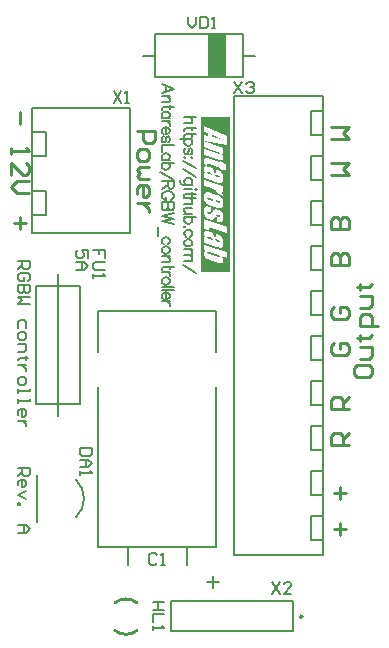
<source format=gto>
G04 Layer_Color=65535*
%FSAX43Y43*%
%MOMM*%
G71*
G01*
G75*
%ADD32C,0.254*%
%ADD33C,0.200*%
%ADD34C,0.150*%
%ADD35R,1.500X3.600*%
G36*
X0019079Y0031679D02*
X0016600D01*
Y0044800D01*
X0019079D01*
Y0031679D01*
D02*
G37*
%LPC*%
G36*
X0017193Y0038461D02*
X0017154D01*
X0017123Y0038459D01*
X0017093Y0038453D01*
X0017068Y0038448D01*
X0017049Y0038439D01*
X0017032Y0038434D01*
X0017021Y0038431D01*
X0017018Y0038428D01*
X0016990Y0038412D01*
X0016965Y0038389D01*
X0016946Y0038367D01*
X0016929Y0038342D01*
X0016915Y0038320D01*
X0016904Y0038303D01*
X0016899Y0038292D01*
X0016896Y0038287D01*
X0016882Y0038245D01*
X0016871Y0038203D01*
X0016865Y0038162D01*
X0016860Y0038120D01*
X0016857Y0038084D01*
X0016854Y0038056D01*
Y0038045D01*
Y0038037D01*
Y0038034D01*
Y0038031D01*
X0016857Y0037973D01*
X0016862Y0037920D01*
X0016868Y0037873D01*
X0016876Y0037834D01*
X0016885Y0037801D01*
X0016893Y0037776D01*
X0016896Y0037759D01*
X0016899Y0037754D01*
X0016918Y0037709D01*
X0016937Y0037667D01*
X0016960Y0037631D01*
X0016982Y0037598D01*
X0017001Y0037570D01*
X0017018Y0037551D01*
X0017029Y0037540D01*
X0017032Y0037534D01*
X0017065Y0037498D01*
X0017096Y0037470D01*
X0017126Y0037445D01*
X0017151Y0037423D01*
X0017171Y0037409D01*
X0017187Y0037398D01*
X0017198Y0037393D01*
X0017201Y0037390D01*
X0017235Y0037373D01*
X0017271Y0037354D01*
X0017309Y0037337D01*
X0017346Y0037323D01*
X0017379Y0037312D01*
X0017404Y0037301D01*
X0017415Y0037298D01*
X0017423Y0037295D01*
X0017426Y0037293D01*
X0017429D01*
X0017548Y0037254D01*
Y0037715D01*
X0017337Y0037787D01*
X0017296Y0037801D01*
X0017262Y0037815D01*
X0017235Y0037826D01*
X0017212Y0037837D01*
X0017196Y0037845D01*
X0017185Y0037854D01*
X0017179Y0037856D01*
X0017176Y0037859D01*
X0017162Y0037870D01*
X0017154Y0037884D01*
X0017143Y0037915D01*
X0017140Y0037926D01*
X0017137Y0037937D01*
Y0037942D01*
Y0037945D01*
X0017140Y0037959D01*
X0017143Y0037970D01*
X0017154Y0037984D01*
X0017162Y0037990D01*
X0017168Y0037992D01*
X0017182D01*
X0017201Y0037990D01*
X0017226Y0037984D01*
X0017248Y0037978D01*
X0017271Y0037970D01*
X0017290Y0037965D01*
X0017301Y0037962D01*
X0017307Y0037959D01*
X0017651Y0037842D01*
Y0037218D01*
X0017862Y0037148D01*
X0017942Y0037123D01*
X0018015Y0037104D01*
X0018076Y0037090D01*
X0018128Y0037084D01*
X0018167Y0037079D01*
X0018220D01*
X0018264Y0037087D01*
X0018306Y0037101D01*
X0018342Y0037121D01*
X0018370Y0037140D01*
X0018395Y0037159D01*
X0018412Y0037179D01*
X0018423Y0037190D01*
X0018426Y0037196D01*
X0018450Y0037240D01*
X0018470Y0037287D01*
X0018484Y0037340D01*
X0018495Y0037390D01*
X0018500Y0037434D01*
Y0037454D01*
X0018503Y0037470D01*
Y0037484D01*
Y0037495D01*
Y0037501D01*
Y0037504D01*
X0018500Y0037565D01*
X0018492Y0037623D01*
X0018481Y0037676D01*
X0018470Y0037723D01*
X0018459Y0037765D01*
X0018448Y0037795D01*
X0018442Y0037806D01*
X0018439Y0037815D01*
X0018437Y0037817D01*
Y0037820D01*
X0018412Y0037873D01*
X0018381Y0037923D01*
X0018351Y0037965D01*
X0018320Y0038001D01*
X0018292Y0038028D01*
X0018270Y0038051D01*
X0018256Y0038062D01*
X0018253Y0038067D01*
X0018251D01*
X0018203Y0038103D01*
X0018148Y0038134D01*
X0018095Y0038164D01*
X0018042Y0038189D01*
X0017995Y0038209D01*
X0017976Y0038217D01*
X0017956Y0038223D01*
X0017942Y0038228D01*
X0017931Y0038234D01*
X0017926Y0038237D01*
X0017923D01*
X0017459Y0038395D01*
X0017396Y0038414D01*
X0017343Y0038431D01*
X0017296Y0038442D01*
X0017257Y0038450D01*
X0017226Y0038456D01*
X0017204Y0038459D01*
X0017193Y0038461D01*
D02*
G37*
G36*
X0016882Y0039455D02*
Y0038970D01*
X0017509Y0038759D01*
X0017551Y0038745D01*
X0017587Y0038731D01*
X0017623Y0038717D01*
X0017654Y0038706D01*
X0017679Y0038695D01*
X0017704Y0038686D01*
X0017726Y0038678D01*
X0017743Y0038670D01*
X0017770Y0038659D01*
X0017790Y0038647D01*
X0017801Y0038645D01*
X0017804Y0038642D01*
X0017829Y0038628D01*
X0017848Y0038609D01*
X0017865Y0038592D01*
X0017881Y0038575D01*
X0017892Y0038559D01*
X0017901Y0038545D01*
X0017904Y0038536D01*
X0017906Y0038534D01*
X0017917Y0038503D01*
X0017929Y0038470D01*
X0017934Y0038434D01*
X0017937Y0038400D01*
X0017940Y0038373D01*
X0017942Y0038348D01*
Y0038331D01*
Y0038328D01*
Y0038325D01*
X0018503Y0038134D01*
X0018498Y0038173D01*
X0018489Y0038209D01*
X0018475Y0038245D01*
X0018459Y0038281D01*
X0018420Y0038345D01*
X0018378Y0038403D01*
X0018356Y0038428D01*
X0018334Y0038450D01*
X0018314Y0038473D01*
X0018298Y0038489D01*
X0018284Y0038500D01*
X0018273Y0038511D01*
X0018264Y0038517D01*
X0018262Y0038520D01*
X0018473Y0038434D01*
Y0038917D01*
X0016882Y0039455D01*
D02*
G37*
G36*
X0017107Y0037234D02*
X0017085D01*
X0017071Y0037232D01*
X0017065D01*
X0017032Y0037221D01*
X0017001Y0037204D01*
X0016974Y0037184D01*
X0016951Y0037162D01*
X0016935Y0037140D01*
X0016921Y0037121D01*
X0016912Y0037109D01*
X0016910Y0037104D01*
X0016890Y0037060D01*
X0016876Y0037010D01*
X0016868Y0036962D01*
X0016862Y0036912D01*
X0016857Y0036871D01*
Y0036854D01*
X0016854Y0036837D01*
Y0036824D01*
Y0036815D01*
Y0036810D01*
Y0036807D01*
X0016857Y0036746D01*
X0016862Y0036690D01*
X0016871Y0036638D01*
X0016882Y0036593D01*
X0016890Y0036557D01*
X0016899Y0036529D01*
X0016901Y0036518D01*
X0016904Y0036510D01*
X0016907Y0036507D01*
Y0036504D01*
X0016929Y0036457D01*
X0016951Y0036413D01*
X0016976Y0036374D01*
X0017001Y0036343D01*
X0017024Y0036318D01*
X0017040Y0036299D01*
X0017051Y0036288D01*
X0017057Y0036285D01*
X0017098Y0036254D01*
X0017146Y0036227D01*
X0017193Y0036202D01*
X0017243Y0036179D01*
X0017284Y0036160D01*
X0017304Y0036152D01*
X0017321Y0036146D01*
X0017332Y0036141D01*
X0017343Y0036138D01*
X0017348Y0036135D01*
X0017351D01*
X0017412Y0036118D01*
X0017465Y0036107D01*
X0017512Y0036102D01*
X0017579D01*
X0017598Y0036104D01*
X0017612Y0036107D01*
X0017615Y0036110D01*
X0017632Y0036118D01*
X0017651Y0036129D01*
X0017684Y0036157D01*
X0017718Y0036193D01*
X0017745Y0036229D01*
X0017773Y0036263D01*
X0017793Y0036293D01*
X0017798Y0036304D01*
X0017804Y0036313D01*
X0017809Y0036318D01*
Y0036321D01*
X0017837Y0036365D01*
X0017862Y0036404D01*
X0017881Y0036435D01*
X0017898Y0036457D01*
X0017912Y0036474D01*
X0017920Y0036485D01*
X0017926Y0036490D01*
X0017929Y0036493D01*
X0017942Y0036504D01*
X0017959Y0036513D01*
X0017981Y0036524D01*
X0017998Y0036529D01*
X0018004D01*
X0018017Y0036526D01*
X0018034Y0036524D01*
X0018070Y0036515D01*
X0018087Y0036510D01*
X0018101Y0036504D01*
X0018109Y0036501D01*
X0018112D01*
X0018148Y0036485D01*
X0018173Y0036471D01*
X0018187Y0036460D01*
X0018192Y0036454D01*
X0018209Y0036429D01*
X0018217Y0036407D01*
X0018220Y0036388D01*
Y0036385D01*
Y0036382D01*
Y0036365D01*
X0018215Y0036352D01*
X0018212Y0036343D01*
X0018206Y0036338D01*
X0018195Y0036329D01*
X0018176D01*
X0018156Y0036332D01*
X0018131Y0036338D01*
X0018109Y0036346D01*
X0018087Y0036352D01*
X0018067Y0036357D01*
X0018056Y0036360D01*
X0018051Y0036363D01*
X0017965Y0036393D01*
Y0035963D01*
X0018056Y0035932D01*
X0018098Y0035918D01*
X0018134Y0035907D01*
X0018165Y0035899D01*
X0018190Y0035893D01*
X0018206Y0035888D01*
X0018220D01*
X0018228Y0035885D01*
X0018276D01*
X0018314Y0035896D01*
X0018331Y0035905D01*
X0018342Y0035910D01*
X0018351Y0035913D01*
X0018353Y0035916D01*
X0018378Y0035932D01*
X0018398Y0035952D01*
X0018417Y0035974D01*
X0018434Y0035996D01*
X0018445Y0036016D01*
X0018453Y0036032D01*
X0018459Y0036043D01*
X0018462Y0036049D01*
X0018475Y0036088D01*
X0018487Y0036129D01*
X0018492Y0036171D01*
X0018498Y0036213D01*
X0018500Y0036249D01*
X0018503Y0036279D01*
Y0036288D01*
Y0036296D01*
Y0036302D01*
Y0036304D01*
X0018500Y0036363D01*
X0018495Y0036418D01*
X0018487Y0036471D01*
X0018478Y0036515D01*
X0018470Y0036551D01*
X0018462Y0036579D01*
X0018459Y0036590D01*
X0018456Y0036599D01*
X0018453Y0036601D01*
Y0036604D01*
X0018434Y0036651D01*
X0018409Y0036696D01*
X0018387Y0036732D01*
X0018364Y0036762D01*
X0018342Y0036787D01*
X0018326Y0036807D01*
X0018314Y0036818D01*
X0018312Y0036821D01*
X0018276Y0036851D01*
X0018231Y0036876D01*
X0018184Y0036901D01*
X0018140Y0036923D01*
X0018098Y0036943D01*
X0018062Y0036957D01*
X0018051Y0036962D01*
X0018040Y0036965D01*
X0018034Y0036968D01*
X0018031D01*
X0017984Y0036982D01*
X0017940Y0036990D01*
X0017901Y0036996D01*
X0017867Y0036998D01*
X0017840Y0037001D01*
X0017818Y0036998D01*
X0017801D01*
X0017781Y0036993D01*
X0017765Y0036987D01*
X0017726Y0036962D01*
X0017690Y0036935D01*
X0017654Y0036901D01*
X0017626Y0036868D01*
X0017601Y0036840D01*
X0017593Y0036829D01*
X0017587Y0036821D01*
X0017584Y0036815D01*
X0017582Y0036812D01*
X0017557Y0036776D01*
X0017534Y0036743D01*
X0017515Y0036715D01*
X0017495Y0036690D01*
X0017482Y0036668D01*
X0017468Y0036649D01*
X0017454Y0036635D01*
X0017445Y0036621D01*
X0017429Y0036604D01*
X0017421Y0036593D01*
X0017415Y0036588D01*
X0017412D01*
X0017398Y0036585D01*
X0017379D01*
X0017357Y0036588D01*
X0017332Y0036593D01*
X0017309Y0036599D01*
X0017290Y0036604D01*
X0017276Y0036607D01*
X0017271Y0036610D01*
X0017243Y0036621D01*
X0017218Y0036629D01*
X0017201Y0036640D01*
X0017185Y0036649D01*
X0017173Y0036657D01*
X0017168Y0036663D01*
X0017162Y0036665D01*
Y0036668D01*
X0017148Y0036693D01*
X0017140Y0036718D01*
Y0036729D01*
X0017137Y0036737D01*
Y0036743D01*
Y0036746D01*
X0017140Y0036762D01*
X0017143Y0036776D01*
X0017148Y0036785D01*
X0017157Y0036790D01*
X0017168Y0036799D01*
X0017193D01*
X0017215Y0036793D01*
X0017243Y0036787D01*
X0017271Y0036779D01*
X0017298Y0036771D01*
X0017321Y0036762D01*
X0017334Y0036760D01*
X0017340Y0036757D01*
X0017443Y0036724D01*
Y0037154D01*
X0017365Y0037179D01*
X0017296Y0037201D01*
X0017235Y0037215D01*
X0017182Y0037226D01*
X0017140Y0037232D01*
X0017107Y0037234D01*
D02*
G37*
G36*
X0017057Y0035166D02*
X0017032D01*
X0017010Y0035163D01*
X0016990Y0035161D01*
X0016974Y0035155D01*
X0016960Y0035152D01*
X0016937Y0035141D01*
X0016926Y0035133D01*
X0016924Y0035130D01*
X0016901Y0035097D01*
X0016885Y0035063D01*
X0016871Y0035027D01*
X0016862Y0034994D01*
X0016857Y0034966D01*
X0016854Y0034941D01*
Y0034927D01*
Y0034922D01*
X0016857Y0034886D01*
X0016860Y0034850D01*
X0016868Y0034819D01*
X0016876Y0034791D01*
X0016882Y0034769D01*
X0016890Y0034752D01*
X0016893Y0034741D01*
X0016896Y0034739D01*
X0016912Y0034708D01*
X0016935Y0034678D01*
X0016954Y0034650D01*
X0016976Y0034628D01*
X0016993Y0034608D01*
X0017010Y0034594D01*
X0017021Y0034583D01*
X0017024Y0034580D01*
X0016882Y0034628D01*
Y0034156D01*
X0017679Y0033886D01*
X0017751Y0033861D01*
X0017815Y0033842D01*
X0017873Y0033822D01*
X0017929Y0033806D01*
X0017976Y0033789D01*
X0018017Y0033778D01*
X0018056Y0033767D01*
X0018090Y0033759D01*
X0018117Y0033753D01*
X0018140Y0033745D01*
X0018159Y0033742D01*
X0018176Y0033739D01*
X0018187Y0033736D01*
X0018195Y0033734D01*
X0018201D01*
X0018248Y0033731D01*
X0018287Y0033736D01*
X0018326Y0033750D01*
X0018356Y0033764D01*
X0018381Y0033781D01*
X0018398Y0033797D01*
X0018412Y0033806D01*
X0018414Y0033811D01*
X0018431Y0033831D01*
X0018445Y0033853D01*
X0018467Y0033906D01*
X0018481Y0033961D01*
X0018492Y0034017D01*
X0018498Y0034070D01*
X0018500Y0034092D01*
X0018503Y0034114D01*
Y0034131D01*
Y0034142D01*
Y0034150D01*
Y0034153D01*
X0018500Y0034228D01*
X0018492Y0034294D01*
X0018478Y0034358D01*
X0018464Y0034411D01*
X0018450Y0034453D01*
X0018445Y0034472D01*
X0018437Y0034486D01*
X0018434Y0034497D01*
X0018428Y0034505D01*
X0018426Y0034511D01*
Y0034514D01*
X0018395Y0034566D01*
X0018364Y0034614D01*
X0018334Y0034653D01*
X0018309Y0034686D01*
X0018284Y0034711D01*
X0018264Y0034730D01*
X0018253Y0034741D01*
X0018248Y0034744D01*
X0018206Y0034772D01*
X0018162Y0034797D01*
X0018115Y0034822D01*
X0018067Y0034841D01*
X0018026Y0034858D01*
X0017992Y0034872D01*
X0017979Y0034877D01*
X0017970Y0034880D01*
X0017965Y0034883D01*
X0017962D01*
X0017856Y0034919D01*
Y0034464D01*
X0018023Y0034408D01*
X0018067Y0034392D01*
X0018106Y0034378D01*
X0018134Y0034367D01*
X0018156Y0034355D01*
X0018170Y0034347D01*
X0018181Y0034342D01*
X0018184Y0034339D01*
X0018187D01*
X0018198Y0034330D01*
X0018206Y0034319D01*
X0018217Y0034294D01*
Y0034283D01*
X0018220Y0034275D01*
Y0034269D01*
Y0034267D01*
X0018217Y0034253D01*
X0018215Y0034242D01*
X0018201Y0034228D01*
X0018187Y0034222D01*
X0018184Y0034219D01*
X0018162D01*
X0018140Y0034222D01*
X0018112Y0034228D01*
X0018084Y0034236D01*
X0018059Y0034242D01*
X0018037Y0034250D01*
X0018023Y0034253D01*
X0018020Y0034256D01*
X0018017D01*
X0017984Y0034267D01*
X0017954Y0034278D01*
X0017931Y0034289D01*
X0017915Y0034297D01*
X0017901Y0034306D01*
X0017890Y0034311D01*
X0017887Y0034317D01*
X0017884D01*
X0017879Y0034325D01*
X0017870Y0034336D01*
X0017862Y0034355D01*
X0017851Y0034375D01*
X0017831Y0034425D01*
X0017809Y0034478D01*
X0017790Y0034528D01*
X0017781Y0034553D01*
X0017776Y0034572D01*
X0017768Y0034591D01*
X0017765Y0034605D01*
X0017759Y0034614D01*
Y0034616D01*
X0017743Y0034661D01*
X0017729Y0034702D01*
X0017715Y0034741D01*
X0017701Y0034775D01*
X0017687Y0034805D01*
X0017673Y0034833D01*
X0017662Y0034855D01*
X0017651Y0034877D01*
X0017643Y0034894D01*
X0017634Y0034908D01*
X0017620Y0034930D01*
X0017612Y0034944D01*
X0017609Y0034947D01*
X0017582Y0034975D01*
X0017545Y0035002D01*
X0017504Y0035025D01*
X0017465Y0035044D01*
X0017426Y0035063D01*
X0017396Y0035075D01*
X0017384Y0035080D01*
X0017376Y0035083D01*
X0017371Y0035086D01*
X0017368D01*
X0017237Y0035130D01*
X0017193Y0035144D01*
X0017154Y0035152D01*
X0017118Y0035161D01*
X0017087Y0035163D01*
X0017057Y0035166D01*
D02*
G37*
G36*
X0016882Y0036149D02*
Y0035335D01*
X0017271Y0035205D01*
Y0035513D01*
X0018825Y0034986D01*
Y0035491D01*
X0016882Y0036149D01*
D02*
G37*
G36*
X0017073Y0041338D02*
X0017026D01*
X0017007Y0041332D01*
X0016990Y0041327D01*
X0016976Y0041321D01*
X0016965Y0041315D01*
X0016960Y0041313D01*
X0016957Y0041310D01*
X0016940Y0041296D01*
X0016926Y0041279D01*
X0016915Y0041263D01*
X0016907Y0041246D01*
X0016901Y0041229D01*
X0016896Y0041218D01*
X0016893Y0041210D01*
Y0041207D01*
X0016890Y0041179D01*
X0016887Y0041143D01*
X0016885Y0041104D01*
Y0041066D01*
X0016882Y0041032D01*
Y0041005D01*
Y0040993D01*
Y0040985D01*
Y0040980D01*
Y0040977D01*
Y0040780D01*
X0017137Y0040694D01*
Y0040732D01*
X0017140Y0040763D01*
X0017143Y0040788D01*
X0017146Y0040805D01*
X0017148Y0040813D01*
X0017151Y0040821D01*
X0017154Y0040824D01*
X0017165D01*
X0017187Y0040821D01*
X0017218Y0040813D01*
X0017248Y0040805D01*
X0017279Y0040796D01*
X0017304Y0040788D01*
X0017315Y0040785D01*
X0017323Y0040782D01*
X0017326Y0040780D01*
X0017329D01*
X0018184Y0040488D01*
Y0040358D01*
X0018437Y0040272D01*
Y0040402D01*
X0018686Y0040319D01*
Y0040805D01*
X0018437Y0040888D01*
Y0040993D01*
X0018184Y0041079D01*
Y0040974D01*
X0017373Y0041249D01*
X0017332Y0041263D01*
X0017293Y0041277D01*
X0017257Y0041288D01*
X0017226Y0041296D01*
X0017198Y0041304D01*
X0017173Y0041313D01*
X0017151Y0041318D01*
X0017135Y0041324D01*
X0017104Y0041329D01*
X0017085Y0041335D01*
X0017073Y0041338D01*
D02*
G37*
G36*
X0016882Y0042729D02*
Y0042243D01*
X0017956Y0041879D01*
X0017990Y0041868D01*
X0018017Y0041857D01*
X0018045Y0041848D01*
X0018067Y0041840D01*
X0018106Y0041824D01*
X0018134Y0041812D01*
X0018156Y0041801D01*
X0018170Y0041796D01*
X0018176Y0041790D01*
X0018178D01*
X0018192Y0041779D01*
X0018203Y0041765D01*
X0018209Y0041754D01*
X0018215Y0041740D01*
X0018217Y0041729D01*
X0018220Y0041721D01*
Y0041715D01*
Y0041712D01*
X0018217Y0041696D01*
X0018215Y0041685D01*
X0018209Y0041676D01*
X0018203Y0041671D01*
X0018190Y0041665D01*
X0018176D01*
X0018165Y0041668D01*
X0018137Y0041674D01*
X0018103Y0041685D01*
X0018070Y0041693D01*
X0018037Y0041704D01*
X0018009Y0041715D01*
X0017998Y0041718D01*
X0017990Y0041721D01*
X0017984Y0041724D01*
X0017981D01*
X0016882Y0042096D01*
Y0041610D01*
X0017998Y0041232D01*
X0018037Y0041218D01*
X0018070Y0041207D01*
X0018131Y0041191D01*
X0018184Y0041177D01*
X0018226Y0041166D01*
X0018256Y0041160D01*
X0018278Y0041157D01*
X0018292Y0041154D01*
X0018326D01*
X0018356Y0041160D01*
X0018381Y0041166D01*
X0018403Y0041177D01*
X0018420Y0041185D01*
X0018431Y0041196D01*
X0018439Y0041202D01*
X0018442Y0041204D01*
X0018462Y0041229D01*
X0018478Y0041257D01*
X0018489Y0041288D01*
X0018495Y0041318D01*
X0018500Y0041346D01*
X0018503Y0041368D01*
Y0041382D01*
Y0041385D01*
Y0041388D01*
X0018500Y0041424D01*
X0018495Y0041460D01*
X0018489Y0041493D01*
X0018481Y0041521D01*
X0018470Y0041546D01*
X0018464Y0041563D01*
X0018459Y0041574D01*
X0018456Y0041579D01*
X0018437Y0041613D01*
X0018417Y0041646D01*
X0018395Y0041674D01*
X0018373Y0041701D01*
X0018353Y0041724D01*
X0018337Y0041740D01*
X0018326Y0041751D01*
X0018323Y0041754D01*
X0018473Y0041696D01*
Y0042190D01*
X0016882Y0042729D01*
D02*
G37*
G36*
Y0044075D02*
Y0043556D01*
X0017232Y0043409D01*
Y0043223D01*
X0016882Y0043314D01*
Y0042801D01*
X0018825Y0042431D01*
Y0043159D01*
X0016882Y0044075D01*
D02*
G37*
G36*
Y0033989D02*
Y0033534D01*
X0017001Y0033462D01*
X0016976Y0033448D01*
X0016951Y0033431D01*
X0016935Y0033414D01*
X0016918Y0033400D01*
X0016907Y0033387D01*
X0016896Y0033375D01*
X0016893Y0033367D01*
X0016890Y0033364D01*
X0016879Y0033339D01*
X0016871Y0033317D01*
X0016862Y0033292D01*
X0016860Y0033270D01*
X0016857Y0033251D01*
X0016854Y0033234D01*
Y0033223D01*
Y0033220D01*
X0016857Y0033176D01*
X0016862Y0033134D01*
X0016874Y0033095D01*
X0016885Y0033062D01*
X0016896Y0033034D01*
X0016907Y0033012D01*
X0016912Y0032998D01*
X0016915Y0032992D01*
X0016940Y0032953D01*
X0016965Y0032920D01*
X0016990Y0032892D01*
X0017015Y0032870D01*
X0017035Y0032854D01*
X0017051Y0032842D01*
X0017062Y0032834D01*
X0017065Y0032831D01*
X0017101Y0032812D01*
X0017143Y0032792D01*
X0017185Y0032773D01*
X0017229Y0032756D01*
X0017265Y0032742D01*
X0017298Y0032731D01*
X0017309Y0032726D01*
X0017318Y0032723D01*
X0017323Y0032720D01*
X0017326D01*
X0018042Y0032476D01*
X0018076Y0032465D01*
X0018103Y0032457D01*
X0018153Y0032440D01*
X0018192Y0032429D01*
X0018226Y0032420D01*
X0018248Y0032412D01*
X0018262Y0032409D01*
X0018270Y0032407D01*
X0018273D01*
X0018292Y0032404D01*
X0018312D01*
X0018348Y0032407D01*
X0018362Y0032409D01*
X0018373Y0032412D01*
X0018378Y0032415D01*
X0018381D01*
X0018401Y0032423D01*
X0018420Y0032437D01*
X0018448Y0032465D01*
X0018456Y0032476D01*
X0018464Y0032487D01*
X0018470Y0032495D01*
Y0032498D01*
X0018481Y0032523D01*
X0018489Y0032548D01*
X0018495Y0032576D01*
X0018500Y0032601D01*
Y0032623D01*
X0018503Y0032643D01*
Y0032654D01*
Y0032659D01*
X0018500Y0032693D01*
X0018498Y0032723D01*
X0018492Y0032751D01*
X0018487Y0032779D01*
X0018478Y0032801D01*
X0018473Y0032817D01*
X0018470Y0032829D01*
X0018467Y0032831D01*
X0018453Y0032862D01*
X0018437Y0032895D01*
X0018420Y0032923D01*
X0018403Y0032948D01*
X0018387Y0032970D01*
X0018373Y0032987D01*
X0018364Y0032998D01*
X0018362Y0033001D01*
X0018825Y0032845D01*
Y0033331D01*
X0016882Y0033989D01*
D02*
G37*
G36*
X0017057Y0040632D02*
X0017032D01*
X0017010Y0040630D01*
X0016990Y0040627D01*
X0016974Y0040621D01*
X0016960Y0040619D01*
X0016937Y0040608D01*
X0016926Y0040599D01*
X0016924Y0040596D01*
X0016901Y0040563D01*
X0016885Y0040530D01*
X0016871Y0040494D01*
X0016862Y0040460D01*
X0016857Y0040433D01*
X0016854Y0040408D01*
Y0040394D01*
Y0040388D01*
X0016857Y0040352D01*
X0016860Y0040316D01*
X0016868Y0040285D01*
X0016876Y0040258D01*
X0016882Y0040236D01*
X0016890Y0040219D01*
X0016893Y0040208D01*
X0016896Y0040205D01*
X0016912Y0040174D01*
X0016935Y0040144D01*
X0016954Y0040116D01*
X0016976Y0040094D01*
X0016993Y0040074D01*
X0017010Y0040061D01*
X0017021Y0040049D01*
X0017024Y0040047D01*
X0016882Y0040094D01*
Y0039622D01*
X0017679Y0039353D01*
X0017751Y0039328D01*
X0017815Y0039308D01*
X0017873Y0039289D01*
X0017929Y0039272D01*
X0017976Y0039256D01*
X0018017Y0039244D01*
X0018056Y0039233D01*
X0018090Y0039225D01*
X0018117Y0039219D01*
X0018140Y0039211D01*
X0018159Y0039208D01*
X0018176Y0039206D01*
X0018187Y0039203D01*
X0018195Y0039200D01*
X0018201D01*
X0018248Y0039197D01*
X0018287Y0039203D01*
X0018326Y0039217D01*
X0018356Y0039231D01*
X0018381Y0039247D01*
X0018398Y0039264D01*
X0018412Y0039272D01*
X0018414Y0039278D01*
X0018431Y0039297D01*
X0018445Y0039319D01*
X0018467Y0039372D01*
X0018481Y0039428D01*
X0018492Y0039483D01*
X0018498Y0039536D01*
X0018500Y0039558D01*
X0018503Y0039580D01*
Y0039597D01*
Y0039608D01*
Y0039616D01*
Y0039619D01*
X0018500Y0039694D01*
X0018492Y0039761D01*
X0018478Y0039825D01*
X0018464Y0039877D01*
X0018450Y0039919D01*
X0018445Y0039938D01*
X0018437Y0039952D01*
X0018434Y0039963D01*
X0018428Y0039972D01*
X0018426Y0039977D01*
Y0039980D01*
X0018395Y0040033D01*
X0018364Y0040080D01*
X0018334Y0040119D01*
X0018309Y0040152D01*
X0018284Y0040177D01*
X0018264Y0040197D01*
X0018253Y0040208D01*
X0018248Y0040211D01*
X0018206Y0040238D01*
X0018162Y0040263D01*
X0018115Y0040288D01*
X0018067Y0040308D01*
X0018026Y0040324D01*
X0017992Y0040338D01*
X0017979Y0040344D01*
X0017970Y0040347D01*
X0017965Y0040349D01*
X0017962D01*
X0017856Y0040385D01*
Y0039930D01*
X0018023Y0039875D01*
X0018067Y0039858D01*
X0018106Y0039844D01*
X0018134Y0039833D01*
X0018156Y0039822D01*
X0018170Y0039814D01*
X0018181Y0039808D01*
X0018184Y0039805D01*
X0018187D01*
X0018198Y0039797D01*
X0018206Y0039786D01*
X0018217Y0039761D01*
Y0039750D01*
X0018220Y0039741D01*
Y0039736D01*
Y0039733D01*
X0018217Y0039719D01*
X0018215Y0039708D01*
X0018201Y0039694D01*
X0018187Y0039689D01*
X0018184Y0039686D01*
X0018162D01*
X0018140Y0039689D01*
X0018112Y0039694D01*
X0018084Y0039702D01*
X0018059Y0039708D01*
X0018037Y0039716D01*
X0018023Y0039719D01*
X0018020Y0039722D01*
X0018017D01*
X0017984Y0039733D01*
X0017954Y0039744D01*
X0017931Y0039755D01*
X0017915Y0039764D01*
X0017901Y0039772D01*
X0017890Y0039777D01*
X0017887Y0039783D01*
X0017884D01*
X0017879Y0039791D01*
X0017870Y0039802D01*
X0017862Y0039822D01*
X0017851Y0039841D01*
X0017831Y0039891D01*
X0017809Y0039944D01*
X0017790Y0039994D01*
X0017781Y0040019D01*
X0017776Y0040038D01*
X0017768Y0040058D01*
X0017765Y0040072D01*
X0017759Y0040080D01*
Y0040083D01*
X0017743Y0040127D01*
X0017729Y0040169D01*
X0017715Y0040208D01*
X0017701Y0040241D01*
X0017687Y0040272D01*
X0017673Y0040299D01*
X0017662Y0040322D01*
X0017651Y0040344D01*
X0017643Y0040360D01*
X0017634Y0040374D01*
X0017620Y0040397D01*
X0017612Y0040410D01*
X0017609Y0040413D01*
X0017582Y0040441D01*
X0017545Y0040469D01*
X0017504Y0040491D01*
X0017465Y0040510D01*
X0017426Y0040530D01*
X0017396Y0040541D01*
X0017384Y0040546D01*
X0017376Y0040549D01*
X0017371Y0040552D01*
X0017368D01*
X0017237Y0040596D01*
X0017193Y0040610D01*
X0017154Y0040619D01*
X0017118Y0040627D01*
X0017087Y0040630D01*
X0017057Y0040632D01*
D02*
G37*
%LPD*%
G36*
X0018023Y0037717D02*
X0018070Y0037701D01*
X0018106Y0037687D01*
X0018137Y0037676D01*
X0018156Y0037665D01*
X0018173Y0037656D01*
X0018184Y0037651D01*
X0018187Y0037648D01*
X0018190D01*
X0018201Y0037640D01*
X0018206Y0037629D01*
X0018217Y0037604D01*
Y0037593D01*
X0018220Y0037584D01*
Y0037579D01*
Y0037576D01*
X0018217Y0037562D01*
X0018215Y0037554D01*
X0018203Y0037543D01*
X0018190Y0037537D01*
X0018167D01*
X0018142Y0037543D01*
X0018117Y0037548D01*
X0018090Y0037556D01*
X0018065Y0037565D01*
X0018042Y0037570D01*
X0018028Y0037576D01*
X0018026Y0037579D01*
X0018023D01*
X0017909Y0037618D01*
Y0037756D01*
X0018023Y0037717D01*
D02*
G37*
G36*
X0017210Y0034675D02*
X0017237Y0034669D01*
X0017262Y0034661D01*
X0017287Y0034655D01*
X0017309Y0034647D01*
X0017323Y0034644D01*
X0017329Y0034641D01*
X0017368Y0034628D01*
X0017401Y0034614D01*
X0017429Y0034603D01*
X0017451Y0034591D01*
X0017470Y0034583D01*
X0017482Y0034575D01*
X0017490Y0034572D01*
X0017493Y0034569D01*
X0017515Y0034550D01*
X0017540Y0034525D01*
X0017565Y0034494D01*
X0017587Y0034464D01*
X0017607Y0034433D01*
X0017623Y0034408D01*
X0017634Y0034392D01*
X0017637Y0034389D01*
Y0034386D01*
X0017312Y0034497D01*
X0017271Y0034511D01*
X0017240Y0034522D01*
X0017212Y0034533D01*
X0017193Y0034544D01*
X0017179Y0034550D01*
X0017171Y0034555D01*
X0017168Y0034561D01*
X0017165D01*
X0017148Y0034580D01*
X0017140Y0034603D01*
X0017137Y0034619D01*
Y0034625D01*
Y0034628D01*
X0017140Y0034644D01*
X0017143Y0034658D01*
X0017148Y0034666D01*
X0017154Y0034672D01*
X0017165Y0034680D01*
X0017187D01*
X0017210Y0034675D01*
D02*
G37*
G36*
X0017626Y0043273D02*
X0017684Y0043248D01*
X0017745Y0043220D01*
X0017812Y0043189D01*
X0017945Y0043128D01*
X0018015Y0043098D01*
X0018081Y0043067D01*
X0018142Y0043037D01*
X0018201Y0043009D01*
X0018253Y0042984D01*
X0018301Y0042965D01*
X0018339Y0042945D01*
X0018367Y0042931D01*
X0018378Y0042926D01*
X0018387Y0042923D01*
X0018388Y0042921D01*
X0018392Y0042920D01*
X0018389D01*
X0018388Y0042921D01*
X0018303Y0042942D01*
X0018217Y0042965D01*
X0018137Y0042984D01*
X0018059Y0043003D01*
X0017987Y0043023D01*
X0017920Y0043039D01*
X0017856Y0043053D01*
X0017801Y0043067D01*
X0017751Y0043081D01*
X0017706Y0043092D01*
X0017668Y0043101D01*
X0017634Y0043109D01*
X0017609Y0043114D01*
X0017590Y0043120D01*
X0017579Y0043123D01*
X0017576D01*
Y0043295D01*
X0017626Y0043273D01*
D02*
G37*
G36*
X0017212Y0033384D02*
X0017237Y0033378D01*
X0017265Y0033370D01*
X0017293Y0033364D01*
X0017315Y0033356D01*
X0017329Y0033353D01*
X0017334Y0033350D01*
X0018020Y0033117D01*
X0018065Y0033101D01*
X0018103Y0033087D01*
X0018131Y0033076D01*
X0018153Y0033065D01*
X0018170Y0033059D01*
X0018178Y0033053D01*
X0018184Y0033048D01*
X0018187D01*
X0018198Y0033037D01*
X0018206Y0033026D01*
X0018217Y0033003D01*
X0018220Y0032987D01*
Y0032981D01*
Y0032978D01*
X0018217Y0032965D01*
X0018215Y0032953D01*
X0018209Y0032945D01*
X0018201Y0032937D01*
X0018187Y0032931D01*
X0018165D01*
X0018140Y0032937D01*
X0018115Y0032942D01*
X0018087Y0032951D01*
X0018062Y0032956D01*
X0018040Y0032965D01*
X0018026Y0032967D01*
X0018023Y0032970D01*
X0018020D01*
X0017351Y0033198D01*
X0017304Y0033214D01*
X0017265Y0033228D01*
X0017232Y0033242D01*
X0017210Y0033253D01*
X0017193Y0033262D01*
X0017182Y0033267D01*
X0017176Y0033273D01*
X0017173D01*
X0017162Y0033284D01*
X0017154Y0033295D01*
X0017143Y0033317D01*
X0017140Y0033328D01*
X0017137Y0033337D01*
Y0033342D01*
Y0033345D01*
X0017140Y0033359D01*
X0017143Y0033370D01*
X0017148Y0033378D01*
X0017154Y0033384D01*
X0017165Y0033389D01*
X0017187D01*
X0017212Y0033384D01*
D02*
G37*
G36*
X0017210Y0040141D02*
X0017237Y0040136D01*
X0017262Y0040127D01*
X0017287Y0040122D01*
X0017309Y0040113D01*
X0017323Y0040111D01*
X0017329Y0040108D01*
X0017368Y0040094D01*
X0017401Y0040080D01*
X0017429Y0040069D01*
X0017451Y0040058D01*
X0017470Y0040049D01*
X0017482Y0040041D01*
X0017490Y0040038D01*
X0017493Y0040036D01*
X0017515Y0040016D01*
X0017540Y0039991D01*
X0017565Y0039961D01*
X0017587Y0039930D01*
X0017607Y0039900D01*
X0017623Y0039875D01*
X0017634Y0039858D01*
X0017637Y0039855D01*
Y0039852D01*
X0017312Y0039963D01*
X0017271Y0039977D01*
X0017240Y0039988D01*
X0017212Y0040000D01*
X0017193Y0040011D01*
X0017179Y0040016D01*
X0017171Y0040022D01*
X0017168Y0040027D01*
X0017165D01*
X0017148Y0040047D01*
X0017140Y0040069D01*
X0017137Y0040086D01*
Y0040091D01*
Y0040094D01*
X0017140Y0040111D01*
X0017143Y0040124D01*
X0017148Y0040133D01*
X0017154Y0040138D01*
X0017165Y0040147D01*
X0017187D01*
X0017210Y0040141D01*
D02*
G37*
D32*
X0011187Y0003671D02*
G03*
X0009313Y0003671I-0000937J-0001171D01*
G01*
Y0001329D02*
G03*
X0011187Y0001329I0000937J0001171D01*
G01*
X0025180Y0002500D02*
G03*
X0025180Y0002500I-0000100J0000000D01*
G01*
X0029576Y0023562D02*
Y0023054D01*
X0029830Y0022800D01*
X0030846D01*
X0031100Y0023054D01*
Y0023562D01*
X0030846Y0023816D01*
X0029830D01*
X0029576Y0023562D01*
X0030084Y0024324D02*
X0030846D01*
X0031100Y0024577D01*
Y0025339D01*
X0030084D01*
X0029830Y0026101D02*
X0030084D01*
Y0025847D01*
Y0026355D01*
Y0026101D01*
X0030846D01*
X0031100Y0026355D01*
X0031608Y0027117D02*
X0030084D01*
Y0027878D01*
X0030338Y0028132D01*
X0030846D01*
X0031100Y0027878D01*
Y0027117D01*
X0030084Y0028640D02*
X0030846D01*
X0031100Y0028894D01*
Y0029656D01*
X0030084D01*
X0029830Y0030418D02*
X0030084D01*
Y0030164D01*
Y0030671D01*
Y0030418D01*
X0030846D01*
X0031100Y0030671D01*
X0028338Y0009400D02*
Y0010416D01*
X0027830Y0009908D02*
X0028846D01*
X0028338Y0012447D02*
Y0013463D01*
X0027830Y0012955D02*
X0028846D01*
X0029100Y0017018D02*
X0027576D01*
Y0017779D01*
X0027830Y0018033D01*
X0028338D01*
X0028592Y0017779D01*
Y0017018D01*
Y0017525D02*
X0029100Y0018033D01*
Y0020065D02*
X0027576D01*
Y0020826D01*
X0027830Y0021080D01*
X0028338D01*
X0028592Y0020826D01*
Y0020065D01*
Y0020572D02*
X0029100Y0021080D01*
X0027830Y0025651D02*
X0027576Y0025397D01*
Y0024889D01*
X0027830Y0024635D01*
X0028846D01*
X0029100Y0024889D01*
Y0025397D01*
X0028846Y0025651D01*
X0028338D01*
Y0025143D01*
X0027830Y0028698D02*
X0027576Y0028444D01*
Y0027936D01*
X0027830Y0027682D01*
X0028846D01*
X0029100Y0027936D01*
Y0028444D01*
X0028846Y0028698D01*
X0028338D01*
Y0028190D01*
X0027576Y0032253D02*
X0029100D01*
Y0033014D01*
X0028846Y0033268D01*
X0028592D01*
X0028338Y0033014D01*
Y0032253D01*
Y0033014D01*
X0028084Y0033268D01*
X0027830D01*
X0027576Y0033014D01*
Y0032253D01*
Y0035300D02*
X0029100D01*
Y0036061D01*
X0028846Y0036315D01*
X0028592D01*
X0028338Y0036061D01*
Y0035300D01*
Y0036061D01*
X0028084Y0036315D01*
X0027830D01*
X0027576Y0036061D01*
Y0035300D01*
Y0039870D02*
X0029100D01*
X0028592Y0040378D01*
X0029100Y0040886D01*
X0027576D01*
Y0042917D02*
X0029100D01*
X0028592Y0043425D01*
X0029100Y0043933D01*
X0027576D01*
X0011200Y0043600D02*
X0012724D01*
Y0042838D01*
X0012470Y0042584D01*
X0011962D01*
X0011708Y0042838D01*
Y0043600D01*
X0011200Y0041823D02*
Y0041315D01*
X0011454Y0041061D01*
X0011962D01*
X0012216Y0041315D01*
Y0041823D01*
X0011962Y0042076D01*
X0011454D01*
X0011200Y0041823D01*
X0012216Y0040553D02*
X0011454D01*
X0011200Y0040299D01*
X0011454Y0040045D01*
X0011200Y0039791D01*
X0011454Y0039537D01*
X0012216D01*
X0011200Y0038268D02*
Y0038776D01*
X0011454Y0039029D01*
X0011962D01*
X0012216Y0038776D01*
Y0038268D01*
X0011962Y0038014D01*
X0011708D01*
Y0039029D01*
X0012216Y0037506D02*
X0011200D01*
X0011708D01*
X0011962Y0037252D01*
X0012216Y0036998D01*
Y0036744D01*
X0001262Y0045200D02*
Y0044184D01*
X0000500Y0042153D02*
Y0041645D01*
Y0041899D01*
X0002024D01*
X0001770Y0042153D01*
X0000500Y0039868D02*
Y0040883D01*
X0001516Y0039868D01*
X0001770D01*
X0002024Y0040122D01*
Y0040629D01*
X0001770Y0040883D01*
X0002024Y0039360D02*
X0001008D01*
X0000500Y0038852D01*
X0001008Y0038344D01*
X0002024D01*
X0001262Y0036313D02*
Y0035297D01*
X0001770Y0035805D02*
X0000754D01*
D33*
X0006005Y0010895D02*
G03*
X0006005Y0014105I-0001505J0001605D01*
G01*
X0010400Y0006900D02*
Y0008400D01*
X0015400Y0006900D02*
Y0008400D01*
X0007900D02*
X0017900D01*
X0007900D02*
Y0021900D01*
Y0024900D02*
Y0028400D01*
X0017900D01*
Y0024900D02*
Y0028400D01*
Y0008400D02*
Y0021900D01*
X0017092Y0005400D02*
X0018108D01*
X0017600Y0004892D02*
Y0005908D01*
X0012700Y0051800D02*
X0020200D01*
Y0048200D02*
Y0051800D01*
X0012700Y0048200D02*
X0020200D01*
X0012700D02*
Y0051800D01*
X0011700Y0050000D02*
X0012700D01*
X0020200D02*
X0021200D01*
X0002600Y0030500D02*
X0004500D01*
X0002600Y0020500D02*
Y0030500D01*
Y0020500D02*
X0006400D01*
Y0030500D01*
X0004500D02*
X0006400D01*
X0004500Y0019500D02*
Y0031500D01*
X0025900Y0045290D02*
X0026900D01*
X0025900Y0043290D02*
Y0045290D01*
Y0043290D02*
X0026900D01*
X0025900Y0041480D02*
X0026900D01*
X0025900Y0039480D02*
Y0041480D01*
Y0039480D02*
X0026900D01*
X0025900Y0035670D02*
X0026900D01*
X0025900D02*
Y0037670D01*
X0026900D01*
X0025900Y0031860D02*
X0026900D01*
X0025900D02*
Y0033860D01*
X0026900D01*
X0025900Y0028050D02*
X0026900D01*
X0025900D02*
Y0030050D01*
X0026900D01*
X0025900Y0024240D02*
X0026900D01*
X0025900D02*
Y0026240D01*
X0026900D01*
X0025900Y0020430D02*
X0026900D01*
X0025900D02*
Y0022430D01*
X0026900D01*
X0025900Y0016620D02*
X0026900D01*
X0025900D02*
Y0018620D01*
X0026900D01*
X0025900Y0012810D02*
X0026900D01*
X0025900D02*
Y0014810D01*
X0026900D01*
X0025900Y0011000D02*
X0026900D01*
X0025900Y0009000D02*
Y0011000D01*
Y0009000D02*
X0026900D01*
X0019400Y0007700D02*
X0026900D01*
Y0046600D01*
X0019400D02*
X0026900D01*
X0019400Y0007700D02*
Y0046600D01*
X0014080Y0001250D02*
X0024380D01*
X0014080D02*
Y0003800D01*
X0024380D01*
Y0001250D02*
Y0003800D01*
X0002300Y0038500D02*
X0003500D01*
Y0036500D02*
Y0038500D01*
X0002300Y0036500D02*
X0003500D01*
X0002300Y0041500D02*
X0003500D01*
Y0043500D01*
X0002300D02*
X0003500D01*
X0002300Y0045600D02*
X0010600D01*
X0002300Y0035000D02*
Y0045600D01*
Y0035000D02*
X0010600D01*
Y0045600D01*
X0002700Y0010500D02*
Y0014500D01*
X0015500Y0053300D02*
Y0052633D01*
X0015833Y0052300D01*
X0016166Y0052633D01*
Y0053300D01*
X0016500D02*
Y0052300D01*
X0017000D01*
X0017166Y0052467D01*
Y0053133D01*
X0017000Y0053300D01*
X0016500D01*
X0017499Y0052300D02*
X0017833D01*
X0017666D01*
Y0053300D01*
X0017499Y0053133D01*
X0013500Y0003700D02*
X0012500D01*
X0013000D01*
Y0003034D01*
X0013500D01*
X0012500D01*
X0013500Y0002700D02*
X0012500D01*
Y0002034D01*
Y0001701D02*
Y0001367D01*
Y0001534D01*
X0013500D01*
X0013333Y0001701D01*
X0008500Y0032834D02*
Y0033500D01*
X0008000D01*
Y0033167D01*
Y0033500D01*
X0007500D01*
X0008500Y0032500D02*
X0007667D01*
X0007500Y0032334D01*
Y0032000D01*
X0007667Y0031834D01*
X0008500D01*
X0007500Y0031501D02*
Y0031167D01*
Y0031334D01*
X0008500D01*
X0008333Y0031501D01*
X0019400Y0047800D02*
X0020066Y0046800D01*
Y0047800D02*
X0019400Y0046800D01*
X0020400Y0047633D02*
X0020566Y0047800D01*
X0020900D01*
X0021066Y0047633D01*
Y0047466D01*
X0020900Y0047300D01*
X0020733D01*
X0020900D01*
X0021066Y0047133D01*
Y0046967D01*
X0020900Y0046800D01*
X0020566D01*
X0020400Y0046967D01*
X0022600Y0005400D02*
X0023266Y0004400D01*
Y0005400D02*
X0022600Y0004400D01*
X0024266D02*
X0023600D01*
X0024266Y0005066D01*
Y0005233D01*
X0024100Y0005400D01*
X0023766D01*
X0023600Y0005233D01*
X0009200Y0047000D02*
X0009866Y0046000D01*
Y0047000D02*
X0009200Y0046000D01*
X0010200D02*
X0010533D01*
X0010366D01*
Y0047000D01*
X0010200Y0046833D01*
X0007400Y0016800D02*
X0006400D01*
Y0016300D01*
X0006567Y0016134D01*
X0007233D01*
X0007400Y0016300D01*
Y0016800D01*
X0006400Y0015800D02*
X0007066D01*
X0007400Y0015467D01*
X0007066Y0015134D01*
X0006400D01*
X0006900D01*
Y0015800D01*
X0006400Y0014801D02*
Y0014467D01*
Y0014634D01*
X0007400D01*
X0007233Y0014801D01*
X0001100Y0032600D02*
X0002100D01*
Y0032100D01*
X0001933Y0031934D01*
X0001600D01*
X0001433Y0032100D01*
Y0032600D01*
Y0032267D02*
X0001100Y0031934D01*
X0001933Y0030934D02*
X0002100Y0031100D01*
Y0031434D01*
X0001933Y0031600D01*
X0001267D01*
X0001100Y0031434D01*
Y0031100D01*
X0001267Y0030934D01*
X0001600D01*
Y0031267D01*
X0002100Y0030601D02*
X0001100D01*
Y0030101D01*
X0001267Y0029934D01*
X0001433D01*
X0001600Y0030101D01*
Y0030601D01*
Y0030101D01*
X0001766Y0029934D01*
X0001933D01*
X0002100Y0030101D01*
Y0030601D01*
Y0029601D02*
X0001100D01*
X0001433Y0029268D01*
X0001100Y0028935D01*
X0002100D01*
X0001766Y0026935D02*
Y0027435D01*
X0001600Y0027602D01*
X0001267D01*
X0001100Y0027435D01*
Y0026935D01*
Y0026435D02*
Y0026102D01*
X0001267Y0025935D01*
X0001600D01*
X0001766Y0026102D01*
Y0026435D01*
X0001600Y0026602D01*
X0001267D01*
X0001100Y0026435D01*
Y0025602D02*
X0001766D01*
Y0025102D01*
X0001600Y0024936D01*
X0001100D01*
X0001933Y0024436D02*
X0001766D01*
Y0024603D01*
Y0024269D01*
Y0024436D01*
X0001267D01*
X0001100Y0024269D01*
X0001766Y0023770D02*
X0001100D01*
X0001433D01*
X0001600Y0023603D01*
X0001766Y0023436D01*
Y0023270D01*
X0001100Y0022603D02*
Y0022270D01*
X0001267Y0022103D01*
X0001600D01*
X0001766Y0022270D01*
Y0022603D01*
X0001600Y0022770D01*
X0001267D01*
X0001100Y0022603D01*
Y0021770D02*
Y0021437D01*
Y0021604D01*
X0002100D01*
Y0021770D01*
X0001100Y0020937D02*
Y0020604D01*
Y0020770D01*
X0002100D01*
Y0020937D01*
X0001100Y0019604D02*
Y0019937D01*
X0001267Y0020104D01*
X0001600D01*
X0001766Y0019937D01*
Y0019604D01*
X0001600Y0019438D01*
X0001433D01*
Y0020104D01*
X0001766Y0019104D02*
X0001100D01*
X0001433D01*
X0001600Y0018938D01*
X0001766Y0018771D01*
Y0018605D01*
X0001100Y0015106D02*
X0002100D01*
Y0014606D01*
X0001933Y0014439D01*
X0001600D01*
X0001433Y0014606D01*
Y0015106D01*
Y0014772D02*
X0001100Y0014439D01*
Y0013606D02*
Y0013939D01*
X0001267Y0014106D01*
X0001600D01*
X0001766Y0013939D01*
Y0013606D01*
X0001600Y0013440D01*
X0001433D01*
Y0014106D01*
X0001766Y0013106D02*
X0001100Y0012773D01*
X0001766Y0012440D01*
X0001100Y0012107D02*
X0001267D01*
Y0011940D01*
X0001100D01*
Y0012107D01*
Y0010274D02*
X0001766D01*
X0002100Y0009941D01*
X0001766Y0009607D01*
X0001100D01*
X0001600D01*
Y0010274D01*
X0007000Y0032834D02*
Y0033500D01*
X0006500D01*
X0006666Y0033167D01*
Y0033000D01*
X0006500Y0032834D01*
X0006167D01*
X0006000Y0033000D01*
Y0033333D01*
X0006167Y0033500D01*
X0006000Y0032500D02*
X0006666D01*
X0007000Y0032167D01*
X0006666Y0031834D01*
X0006000D01*
X0006500D01*
Y0032500D01*
X0012866Y0007733D02*
X0012700Y0007900D01*
X0012367D01*
X0012200Y0007733D01*
Y0007067D01*
X0012367Y0006900D01*
X0012700D01*
X0012866Y0007067D01*
X0013200Y0006900D02*
X0013533D01*
X0013366D01*
Y0007900D01*
X0013200Y0007733D01*
D34*
X0016186Y0044779D02*
X0015186D01*
X0015662D02*
X0015805Y0044636D01*
X0015853Y0044541D01*
Y0044398D01*
X0015805Y0044303D01*
X0015662Y0044255D01*
X0015186D01*
X0016186Y0043850D02*
X0015377D01*
X0015234Y0043803D01*
X0015186Y0043708D01*
Y0043612D01*
X0015853Y0043993D02*
Y0043660D01*
X0016186Y0043327D02*
X0015377D01*
X0015234Y0043279D01*
X0015186Y0043184D01*
Y0043089D01*
X0015853Y0043470D02*
Y0043136D01*
Y0042946D02*
X0014853D01*
X0015710D02*
X0015805Y0042851D01*
X0015853Y0042755D01*
Y0042613D01*
X0015805Y0042517D01*
X0015710Y0042422D01*
X0015567Y0042375D01*
X0015472D01*
X0015329Y0042422D01*
X0015234Y0042517D01*
X0015186Y0042613D01*
Y0042755D01*
X0015234Y0042851D01*
X0015329Y0042946D01*
X0015710Y0041637D02*
X0015805Y0041684D01*
X0015853Y0041827D01*
Y0041970D01*
X0015805Y0042113D01*
X0015710Y0042160D01*
X0015615Y0042113D01*
X0015567Y0042017D01*
X0015520Y0041779D01*
X0015472Y0041684D01*
X0015377Y0041637D01*
X0015329D01*
X0015234Y0041684D01*
X0015186Y0041827D01*
Y0041970D01*
X0015234Y0042113D01*
X0015329Y0042160D01*
X0015853Y0041380D02*
X0015805Y0041427D01*
X0015758Y0041380D01*
X0015805Y0041332D01*
X0015853Y0041380D01*
X0015281D02*
X0015234Y0041427D01*
X0015186Y0041380D01*
X0015234Y0041332D01*
X0015281Y0041380D01*
X0015043Y0041113D02*
X0016186Y0040446D01*
X0015043Y0040380D02*
X0016186Y0039713D01*
X0015853Y0039075D02*
X0015091D01*
X0014948Y0039123D01*
X0014901Y0039170D01*
X0014853Y0039266D01*
Y0039409D01*
X0014901Y0039504D01*
X0015710Y0039075D02*
X0015805Y0039170D01*
X0015853Y0039266D01*
Y0039409D01*
X0015805Y0039504D01*
X0015710Y0039599D01*
X0015567Y0039647D01*
X0015472D01*
X0015329Y0039599D01*
X0015234Y0039504D01*
X0015186Y0039409D01*
Y0039266D01*
X0015234Y0039170D01*
X0015329Y0039075D01*
X0016186Y0038713D02*
X0016138Y0038666D01*
X0016186Y0038618D01*
X0016234Y0038666D01*
X0016186Y0038713D01*
X0015853Y0038666D02*
X0015186D01*
X0016186Y0038299D02*
X0015377D01*
X0015234Y0038252D01*
X0015186Y0038156D01*
Y0038061D01*
X0015853Y0038442D02*
Y0038109D01*
X0016186Y0037918D02*
X0015186D01*
X0015662D02*
X0015805Y0037776D01*
X0015853Y0037680D01*
Y0037537D01*
X0015805Y0037442D01*
X0015662Y0037395D01*
X0015186D01*
X0015853Y0037133D02*
X0015377D01*
X0015234Y0037085D01*
X0015186Y0036990D01*
Y0036847D01*
X0015234Y0036752D01*
X0015377Y0036609D01*
X0015853D02*
X0015186D01*
X0016186Y0036347D02*
X0015186D01*
X0015710D02*
X0015805Y0036252D01*
X0015853Y0036157D01*
Y0036014D01*
X0015805Y0035919D01*
X0015710Y0035824D01*
X0015567Y0035776D01*
X0015472D01*
X0015329Y0035824D01*
X0015234Y0035919D01*
X0015186Y0036014D01*
Y0036157D01*
X0015234Y0036252D01*
X0015329Y0036347D01*
X0015281Y0035514D02*
X0015234Y0035562D01*
X0015186Y0035514D01*
X0015234Y0035466D01*
X0015281Y0035514D01*
X0015710Y0034676D02*
X0015805Y0034771D01*
X0015853Y0034867D01*
Y0035009D01*
X0015805Y0035105D01*
X0015710Y0035200D01*
X0015567Y0035247D01*
X0015472D01*
X0015329Y0035200D01*
X0015234Y0035105D01*
X0015186Y0035009D01*
Y0034867D01*
X0015234Y0034771D01*
X0015329Y0034676D01*
X0015853Y0034224D02*
X0015805Y0034319D01*
X0015710Y0034414D01*
X0015567Y0034462D01*
X0015472D01*
X0015329Y0034414D01*
X0015234Y0034319D01*
X0015186Y0034224D01*
Y0034081D01*
X0015234Y0033986D01*
X0015329Y0033891D01*
X0015472Y0033843D01*
X0015567D01*
X0015710Y0033891D01*
X0015805Y0033986D01*
X0015853Y0034081D01*
Y0034224D01*
Y0033624D02*
X0015186D01*
X0015662D02*
X0015805Y0033481D01*
X0015853Y0033386D01*
Y0033243D01*
X0015805Y0033148D01*
X0015662Y0033100D01*
X0015186D01*
X0015662D02*
X0015805Y0032958D01*
X0015853Y0032862D01*
Y0032719D01*
X0015805Y0032624D01*
X0015662Y0032577D01*
X0015186D01*
X0015043Y0032262D02*
X0016186Y0031596D01*
X0013293Y0046807D02*
X0014293Y0047188D01*
X0013293Y0047569D01*
X0013627Y0047426D02*
Y0046950D01*
X0013960Y0046574D02*
X0013293D01*
X0013769D02*
X0013912Y0046431D01*
X0013960Y0046336D01*
Y0046193D01*
X0013912Y0046098D01*
X0013769Y0046050D01*
X0013293D01*
X0014293Y0045645D02*
X0013484D01*
X0013341Y0045598D01*
X0013293Y0045502D01*
Y0045407D01*
X0013960Y0045788D02*
Y0045455D01*
Y0044693D02*
X0013293D01*
X0013817D02*
X0013912Y0044788D01*
X0013960Y0044884D01*
Y0045026D01*
X0013912Y0045122D01*
X0013817Y0045217D01*
X0013674Y0045264D01*
X0013579D01*
X0013436Y0045217D01*
X0013341Y0045122D01*
X0013293Y0045026D01*
Y0044884D01*
X0013341Y0044788D01*
X0013436Y0044693D01*
X0013960Y0044426D02*
X0013293D01*
X0013674D02*
X0013817Y0044379D01*
X0013912Y0044284D01*
X0013960Y0044188D01*
Y0044046D01*
X0013674Y0043955D02*
Y0043384D01*
X0013769D01*
X0013865Y0043431D01*
X0013912Y0043479D01*
X0013960Y0043574D01*
Y0043717D01*
X0013912Y0043812D01*
X0013817Y0043908D01*
X0013674Y0043955D01*
X0013579D01*
X0013436Y0043908D01*
X0013341Y0043812D01*
X0013293Y0043717D01*
Y0043574D01*
X0013341Y0043479D01*
X0013436Y0043384D01*
X0013817Y0042646D02*
X0013912Y0042694D01*
X0013960Y0042836D01*
Y0042979D01*
X0013912Y0043122D01*
X0013817Y0043170D01*
X0013722Y0043122D01*
X0013674Y0043027D01*
X0013627Y0042789D01*
X0013579Y0042694D01*
X0013484Y0042646D01*
X0013436D01*
X0013341Y0042694D01*
X0013293Y0042836D01*
Y0042979D01*
X0013341Y0043122D01*
X0013436Y0043170D01*
X0014293Y0042436D02*
X0013293D01*
Y0041865D01*
X0013960Y0041184D02*
X0013293D01*
X0013817D02*
X0013912Y0041280D01*
X0013960Y0041375D01*
Y0041518D01*
X0013912Y0041613D01*
X0013817Y0041708D01*
X0013674Y0041756D01*
X0013579D01*
X0013436Y0041708D01*
X0013341Y0041613D01*
X0013293Y0041518D01*
Y0041375D01*
X0013341Y0041280D01*
X0013436Y0041184D01*
X0014293Y0040918D02*
X0013293D01*
X0013817D02*
X0013912Y0040822D01*
X0013960Y0040727D01*
Y0040584D01*
X0013912Y0040489D01*
X0013817Y0040394D01*
X0013674Y0040346D01*
X0013579D01*
X0013436Y0040394D01*
X0013341Y0040489D01*
X0013293Y0040584D01*
Y0040727D01*
X0013341Y0040822D01*
X0013436Y0040918D01*
X0013150Y0040132D02*
X0014293Y0039466D01*
Y0039399D02*
X0013293D01*
X0014293D02*
Y0038971D01*
X0014245Y0038828D01*
X0014198Y0038780D01*
X0014103Y0038732D01*
X0014007D01*
X0013912Y0038780D01*
X0013865Y0038828D01*
X0013817Y0038971D01*
Y0039399D01*
Y0039066D02*
X0013293Y0038732D01*
X0014055Y0037795D02*
X0014150Y0037842D01*
X0014245Y0037937D01*
X0014293Y0038033D01*
Y0038223D01*
X0014245Y0038318D01*
X0014150Y0038413D01*
X0014055Y0038461D01*
X0013912Y0038509D01*
X0013674D01*
X0013531Y0038461D01*
X0013436Y0038413D01*
X0013341Y0038318D01*
X0013293Y0038223D01*
Y0038033D01*
X0013341Y0037937D01*
X0013436Y0037842D01*
X0013531Y0037795D01*
X0013674D01*
Y0038033D02*
Y0037795D01*
X0014293Y0037566D02*
X0013293D01*
X0014293D02*
Y0037138D01*
X0014245Y0036995D01*
X0014198Y0036947D01*
X0014103Y0036900D01*
X0014007D01*
X0013912Y0036947D01*
X0013865Y0036995D01*
X0013817Y0037138D01*
Y0037566D02*
Y0037138D01*
X0013769Y0036995D01*
X0013722Y0036947D01*
X0013627Y0036900D01*
X0013484D01*
X0013388Y0036947D01*
X0013341Y0036995D01*
X0013293Y0037138D01*
Y0037566D01*
X0014293Y0036676D02*
X0013293Y0036438D01*
X0014293Y0036200D02*
X0013293Y0036438D01*
X0014293Y0036200D02*
X0013293Y0035962D01*
X0014293Y0035724D02*
X0013293Y0035962D01*
X0012960Y0035524D02*
Y0034762D01*
X0013817Y0034062D02*
X0013912Y0034157D01*
X0013960Y0034252D01*
Y0034395D01*
X0013912Y0034491D01*
X0013817Y0034586D01*
X0013674Y0034633D01*
X0013579D01*
X0013436Y0034586D01*
X0013341Y0034491D01*
X0013293Y0034395D01*
Y0034252D01*
X0013341Y0034157D01*
X0013436Y0034062D01*
X0013960Y0033610D02*
X0013912Y0033705D01*
X0013817Y0033800D01*
X0013674Y0033848D01*
X0013579D01*
X0013436Y0033800D01*
X0013341Y0033705D01*
X0013293Y0033610D01*
Y0033467D01*
X0013341Y0033372D01*
X0013436Y0033276D01*
X0013579Y0033229D01*
X0013674D01*
X0013817Y0033276D01*
X0013912Y0033372D01*
X0013960Y0033467D01*
Y0033610D01*
Y0033010D02*
X0013293D01*
X0013769D02*
X0013912Y0032867D01*
X0013960Y0032772D01*
Y0032629D01*
X0013912Y0032534D01*
X0013769Y0032486D01*
X0013293D01*
X0014293Y0032082D02*
X0013484D01*
X0013341Y0032034D01*
X0013293Y0031939D01*
Y0031843D01*
X0013960Y0032224D02*
Y0031891D01*
Y0031701D02*
X0013293D01*
X0013674D02*
X0013817Y0031653D01*
X0013912Y0031558D01*
X0013960Y0031463D01*
Y0031320D01*
Y0030991D02*
X0013912Y0031086D01*
X0013817Y0031182D01*
X0013674Y0031229D01*
X0013579D01*
X0013436Y0031182D01*
X0013341Y0031086D01*
X0013293Y0030991D01*
Y0030848D01*
X0013341Y0030753D01*
X0013436Y0030658D01*
X0013579Y0030610D01*
X0013674D01*
X0013817Y0030658D01*
X0013912Y0030753D01*
X0013960Y0030848D01*
Y0030991D01*
X0014293Y0030391D02*
X0013293D01*
X0014293Y0030182D02*
X0013293D01*
X0013674Y0029972D02*
Y0029401D01*
X0013769D01*
X0013865Y0029449D01*
X0013912Y0029496D01*
X0013960Y0029592D01*
Y0029734D01*
X0013912Y0029830D01*
X0013817Y0029925D01*
X0013674Y0029972D01*
X0013579D01*
X0013436Y0029925D01*
X0013341Y0029830D01*
X0013293Y0029734D01*
Y0029592D01*
X0013341Y0029496D01*
X0013436Y0029401D01*
X0013960Y0029187D02*
X0013293D01*
X0013674D02*
X0013817Y0029139D01*
X0013912Y0029044D01*
X0013960Y0028949D01*
Y0028806D01*
D35*
X0017950Y0050000D02*
D03*
M02*

</source>
